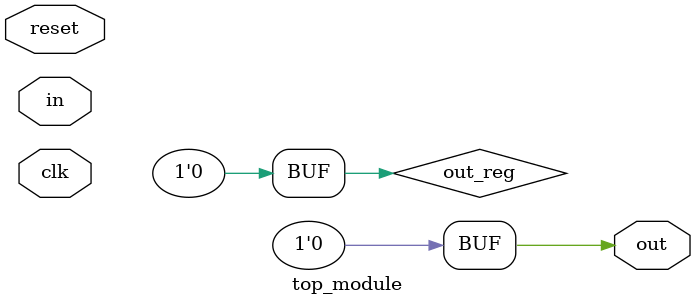
<source format=sv>
module top_module (
    input clk,
    input in,
    input reset,
    output out
);

    // Define the states
    parameter A = 2'b00;
    parameter B = 2'b01;
    parameter C = 2'b10;
    parameter D = 2'b11;
    
    // Define the current state and next state variables
    reg [1:0] curr_state;
    reg [1:0] next_state;
    
    // Define the output reg
    reg out_reg;
    
    always @(posedge clk or posedge reset) begin
        // Reset the FSM
        if (reset) begin
            curr_state <= A;
        end
        // State transition logic
        else begin
            curr_state <= next_state;
        end
    end
    
    always @(curr_state, in) begin
        // Default next state and output value
        next_state = curr_state;
        out_reg = 0;
        
        // State transition logic based on current state and input
        case (curr_state)
            A: begin
                if (in) begin
                    next_state = B;
                end
            end
            
            B: begin
                if (in) begin
                    next_state = B;
                end
                else begin
                    next_state = C;
                end
            end
            
            C: begin
                if (in) begin
                    next_state = D;
                end
                else begin
                    next_state = A;
                end
            end
            
            D: begin
                if (in) begin
                    next_state = B;
                end
                else begin
                    next_state = C;
                end
            end
        endcase
    end
    
    always @(curr_state) begin
        // Logic for setting the output value
        if (curr_state == D) begin
            out_reg = 1;
        end
    end
    
    assign out = out_reg;

endmodule

</source>
